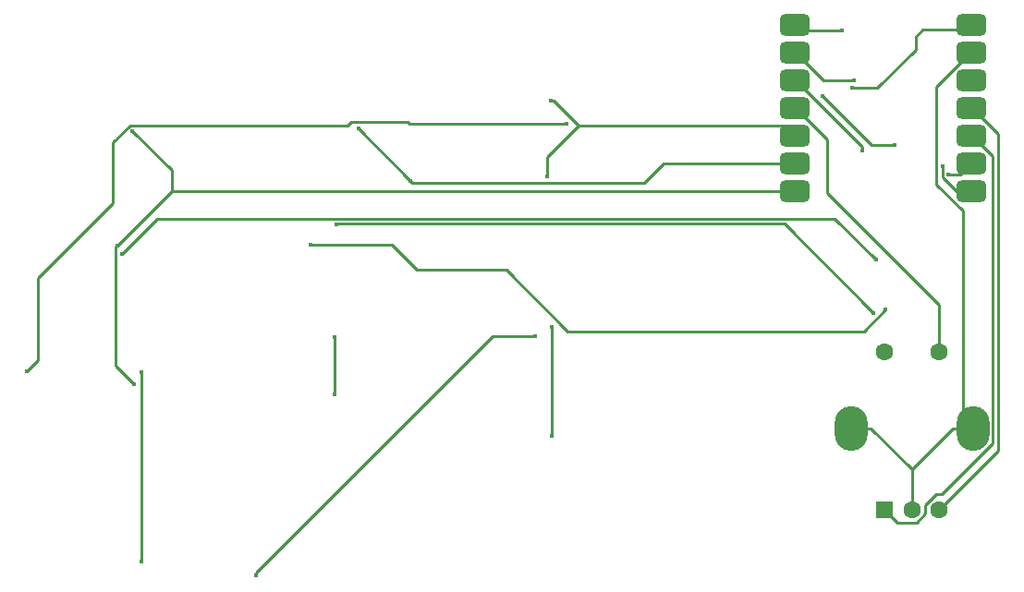
<source format=gbr>
%TF.GenerationSoftware,KiCad,Pcbnew,7.0.10*%
%TF.CreationDate,2026-02-14T21:30:48-08:00*%
%TF.ProjectId,12kempV2.1,31326b65-6d70-4563-922e-312e6b696361,rev?*%
%TF.SameCoordinates,Original*%
%TF.FileFunction,Copper,L1,Top*%
%TF.FilePolarity,Positive*%
%FSLAX46Y46*%
G04 Gerber Fmt 4.6, Leading zero omitted, Abs format (unit mm)*
G04 Created by KiCad (PCBNEW 7.0.10) date 2026-02-14 21:30:48*
%MOMM*%
%LPD*%
G01*
G04 APERTURE LIST*
G04 Aperture macros list*
%AMRoundRect*
0 Rectangle with rounded corners*
0 $1 Rounding radius*
0 $2 $3 $4 $5 $6 $7 $8 $9 X,Y pos of 4 corners*
0 Add a 4 corners polygon primitive as box body*
4,1,4,$2,$3,$4,$5,$6,$7,$8,$9,$2,$3,0*
0 Add four circle primitives for the rounded corners*
1,1,$1+$1,$2,$3*
1,1,$1+$1,$4,$5*
1,1,$1+$1,$6,$7*
1,1,$1+$1,$8,$9*
0 Add four rect primitives between the rounded corners*
20,1,$1+$1,$2,$3,$4,$5,0*
20,1,$1+$1,$4,$5,$6,$7,0*
20,1,$1+$1,$6,$7,$8,$9,0*
20,1,$1+$1,$8,$9,$2,$3,0*%
G04 Aperture macros list end*
%TA.AperFunction,SMDPad,CuDef*%
%ADD10RoundRect,0.500000X-0.875000X-0.500000X0.875000X-0.500000X0.875000X0.500000X-0.875000X0.500000X0*%
%TD*%
%TA.AperFunction,ComponentPad*%
%ADD11RoundRect,0.250000X0.550000X-0.550000X0.550000X0.550000X-0.550000X0.550000X-0.550000X-0.550000X0*%
%TD*%
%TA.AperFunction,ComponentPad*%
%ADD12C,1.600000*%
%TD*%
%TA.AperFunction,ComponentPad*%
%ADD13O,3.000000X4.100000*%
%TD*%
%TA.AperFunction,ViaPad*%
%ADD14C,0.450000*%
%TD*%
%TA.AperFunction,Conductor*%
%ADD15C,0.250000*%
%TD*%
G04 APERTURE END LIST*
D10*
%TO.P,U1,1,P26/A0/D0*%
%TO.N,/Row1*%
X181989500Y-64260000D03*
%TO.P,U1,2,P27/A1/D1*%
%TO.N,/Row2*%
X181989500Y-66800000D03*
%TO.P,U1,3,P28/A2/D2*%
%TO.N,/Row3*%
X181989500Y-69340000D03*
%TO.P,U1,4,P29/A3/D3*%
%TO.N,/Col5*%
X181989500Y-71880000D03*
%TO.P,U1,5,P6/SDA/D4*%
%TO.N,/Col4*%
X181989500Y-74420000D03*
%TO.P,U1,6,P7/SCL/D5*%
%TO.N,/Col3*%
X181989500Y-76960000D03*
%TO.P,U1,7,P0//TX/D6*%
%TO.N,/Col2*%
X181989500Y-79500000D03*
%TO.P,U1,8,D7/CSB/P1/RX*%
%TO.N,/Col1*%
X198189500Y-79500000D03*
%TO.P,U1,9,D8/SCK/P2*%
%TO.N,/NPDATA2*%
X198189500Y-76960000D03*
%TO.P,U1,10,D9/MISO/P4*%
%TO.N,/Encoder_A*%
X198189500Y-74420000D03*
%TO.P,U1,11,D10/MOSI/P3*%
%TO.N,/Encoder_B*%
X198189500Y-71880000D03*
%TO.P,U1,12,3V3*%
%TO.N,+3V3*%
X198189500Y-69340000D03*
%TO.P,U1,13,GND*%
%TO.N,GND*%
X198189500Y-66800000D03*
%TO.P,U1,14,5V*%
%TO.N,+5V*%
X198189500Y-64260000D03*
%TD*%
D11*
%TO.P,SW13,A,A*%
%TO.N,/Encoder_A*%
X190250000Y-108750000D03*
D12*
%TO.P,SW13,B,B*%
%TO.N,/Encoder_B*%
X195250000Y-108750000D03*
%TO.P,SW13,C,C*%
%TO.N,GND*%
X192750000Y-108750000D03*
%TO.P,SW13,S1,S1*%
%TO.N,Net-(D13-A)*%
X190250000Y-94250000D03*
%TO.P,SW13,S2,S2*%
%TO.N,/Col5*%
X195250000Y-94250000D03*
D13*
%TO.P,SW13,SH,SHIELD*%
%TO.N,GND*%
X187150000Y-101250000D03*
X198350000Y-101250000D03*
%TD*%
D14*
%TO.N,/Row1*%
X186323000Y-64746000D03*
%TO.N,/Row2*%
X187439700Y-69365200D03*
%TO.N,Net-(D2-A)*%
X191141300Y-75273000D03*
X184584300Y-70774400D03*
%TO.N,/Row3*%
X188192200Y-75779900D03*
%TO.N,Net-(D5-A)*%
X120344800Y-85259600D03*
X189455800Y-85812700D03*
%TO.N,Net-(D6-A)*%
X137640300Y-84439500D03*
X190359500Y-90337600D03*
%TO.N,/Col1*%
X195544900Y-77234300D03*
%TO.N,/Col4*%
X159297300Y-78183800D03*
X159791600Y-101906300D03*
X159791600Y-91974800D03*
X159657300Y-71216100D03*
%TO.N,/Col2*%
X121337600Y-74009500D03*
X119937900Y-84488100D03*
X121528400Y-97208700D03*
%TO.N,/Col3*%
X139856900Y-98134200D03*
X139856900Y-92883200D03*
X146814600Y-78555600D03*
X142047600Y-73788600D03*
%TO.N,/NPDATA2*%
X196118400Y-78009300D03*
%TO.N,Net-(LED1-DIN)*%
X189218200Y-90644900D03*
X140025500Y-82577000D03*
%TO.N,Net-(LED4-DOUT)*%
X161138600Y-73300800D03*
X111668600Y-96008300D03*
%TO.N,Net-(LED8-DOUT)*%
X158244200Y-92776500D03*
X132655000Y-114738000D03*
%TO.N,+5V*%
X122124100Y-96067400D03*
X187243700Y-70017200D03*
X122124100Y-113458900D03*
%TD*%
D15*
%TO.N,GND*%
X192750000Y-105023100D02*
X188976900Y-101250000D01*
X197436600Y-101250000D02*
X197436600Y-81321700D01*
X198093600Y-66800000D02*
X198189500Y-66800000D01*
X187150000Y-101250000D02*
X188976900Y-101250000D01*
X194991100Y-69902500D02*
X198093600Y-66800000D01*
X192750000Y-108750000D02*
X192750000Y-105023100D01*
X198350000Y-101250000D02*
X197436600Y-101250000D01*
X194991100Y-78876200D02*
X194991100Y-69902500D01*
X197436600Y-81321700D02*
X194991100Y-78876200D01*
X197436600Y-101250000D02*
X196523100Y-101250000D01*
X192750000Y-105023100D02*
X196523100Y-101250000D01*
%TO.N,/Row1*%
X182475500Y-64746000D02*
X181989500Y-64260000D01*
X186323000Y-64746000D02*
X182475500Y-64746000D01*
%TO.N,/Row2*%
X184650600Y-69365200D02*
X187439700Y-69365200D01*
X181989500Y-66800000D02*
X182085400Y-66800000D01*
X182085400Y-66800000D02*
X184650600Y-69365200D01*
%TO.N,Net-(D2-A)*%
X189082900Y-75273000D02*
X184584300Y-70774400D01*
X191141300Y-75273000D02*
X189082900Y-75273000D01*
%TO.N,/Row3*%
X182080200Y-69340000D02*
X181989500Y-69340000D01*
X188192200Y-75452000D02*
X182080200Y-69340000D01*
X188192200Y-75779900D02*
X188192200Y-75452000D01*
%TO.N,Net-(D5-A)*%
X123592600Y-82011800D02*
X120344800Y-85259600D01*
X189455800Y-85812700D02*
X185654900Y-82011800D01*
X185654900Y-82011800D02*
X123592600Y-82011800D01*
%TO.N,Net-(D6-A)*%
X188346300Y-92350800D02*
X161219200Y-92350800D01*
X155594000Y-86725600D02*
X147364600Y-86725600D01*
X161219200Y-92350800D02*
X155594000Y-86725600D01*
X190359500Y-90337600D02*
X188346300Y-92350800D01*
X145078500Y-84439500D02*
X137640300Y-84439500D01*
X147364600Y-86725600D02*
X145078500Y-84439500D01*
%TO.N,/Col5*%
X182067500Y-71880000D02*
X184986600Y-74799100D01*
X184986600Y-74799100D02*
X184986600Y-79654700D01*
X195250000Y-89918100D02*
X195250000Y-94250000D01*
X184986600Y-79654700D02*
X195250000Y-89918100D01*
X181989500Y-71880000D02*
X182067500Y-71880000D01*
%TO.N,/Encoder_A*%
X194000000Y-109093700D02*
X194000000Y-108316400D01*
X195474500Y-107320000D02*
X200177000Y-102617500D01*
X190250000Y-108750000D02*
X191385100Y-109885100D01*
X200177000Y-102617500D02*
X200177000Y-76307300D01*
X194000000Y-108316400D02*
X194996400Y-107320000D01*
X191385100Y-109885100D02*
X193208600Y-109885100D01*
X200177000Y-76307300D02*
X198289700Y-74420000D01*
X193208600Y-109885100D02*
X194000000Y-109093700D01*
X194996400Y-107320000D02*
X195474500Y-107320000D01*
X198289700Y-74420000D02*
X198189500Y-74420000D01*
%TO.N,/Encoder_B*%
X198314900Y-71880000D02*
X198189500Y-71880000D01*
X200655600Y-103344400D02*
X200655600Y-74220700D01*
X195250000Y-108750000D02*
X200655600Y-103344400D01*
X200655600Y-74220700D02*
X198314900Y-71880000D01*
%TO.N,/Col1*%
X196828700Y-79500000D02*
X198189500Y-79500000D01*
X195544900Y-78216200D02*
X196828700Y-79500000D01*
X195544900Y-77234300D02*
X195544900Y-78216200D01*
%TO.N,/Col4*%
X162181500Y-73513200D02*
X159297300Y-76397400D01*
X159884400Y-71216100D02*
X162181500Y-73513200D01*
X159657300Y-71216100D02*
X159884400Y-71216100D01*
X181082700Y-73513200D02*
X181989500Y-74420000D01*
X162181500Y-73513200D02*
X181082700Y-73513200D01*
X159791600Y-101906300D02*
X159791600Y-91974800D01*
X159297300Y-76397400D02*
X159297300Y-78183800D01*
%TO.N,/Col2*%
X181989500Y-79500000D02*
X124926000Y-79500000D01*
X119792900Y-84633100D02*
X119792900Y-95473200D01*
X124926000Y-79500000D02*
X124926000Y-77597900D01*
X124926000Y-79500000D02*
X119937900Y-84488100D01*
X119937900Y-84488100D02*
X119792900Y-84633100D01*
X124926000Y-77597900D02*
X121337600Y-74009500D01*
X119792900Y-95473200D02*
X121528400Y-97208700D01*
%TO.N,/Col3*%
X146994700Y-78735700D02*
X168256700Y-78735700D01*
X168256700Y-78735700D02*
X170032400Y-76960000D01*
X139856900Y-98134200D02*
X139856900Y-92883200D01*
X146814600Y-78555600D02*
X146994700Y-78735700D01*
X146814600Y-78555600D02*
X142047600Y-73788600D01*
X170032400Y-76960000D02*
X181989500Y-76960000D01*
%TO.N,/NPDATA2*%
X196118400Y-78009300D02*
X197140200Y-78009300D01*
X197140200Y-78009300D02*
X198189500Y-76960000D01*
%TO.N,Net-(LED1-DIN)*%
X140125600Y-82476900D02*
X181050200Y-82476900D01*
X140025500Y-82577000D02*
X140125600Y-82476900D01*
X181050200Y-82476900D02*
X189218200Y-90644900D01*
%TO.N,Net-(LED4-DOUT)*%
X112698000Y-94978900D02*
X112698000Y-87453500D01*
X146586100Y-73186600D02*
X146700300Y-73300800D01*
X119553400Y-75013300D02*
X121109100Y-73457600D01*
X121109100Y-73457600D02*
X141082900Y-73457600D01*
X141082900Y-73457600D02*
X141353900Y-73186600D01*
X112698000Y-87453500D02*
X119553400Y-80598100D01*
X146700300Y-73300800D02*
X161138600Y-73300800D01*
X111668600Y-96008300D02*
X112698000Y-94978900D01*
X119553400Y-80598100D02*
X119553400Y-75013300D01*
X141353900Y-73186600D02*
X146586100Y-73186600D01*
%TO.N,Net-(LED8-DOUT)*%
X158244200Y-92776500D02*
X154365800Y-92776500D01*
X132655000Y-114487300D02*
X132655000Y-114738000D01*
X154365800Y-92776500D02*
X132655000Y-114487300D01*
%TO.N,+5V*%
X122124100Y-113458900D02*
X122124100Y-96067400D01*
X198189500Y-64260000D02*
X197786000Y-64663500D01*
X189581400Y-70017200D02*
X187243700Y-70017200D01*
X197786000Y-64663500D02*
X193741000Y-64663500D01*
X193074000Y-66524600D02*
X189581400Y-70017200D01*
X193741000Y-64663500D02*
X193074000Y-65330500D01*
X193074000Y-65330500D02*
X193074000Y-66524600D01*
%TD*%
M02*

</source>
